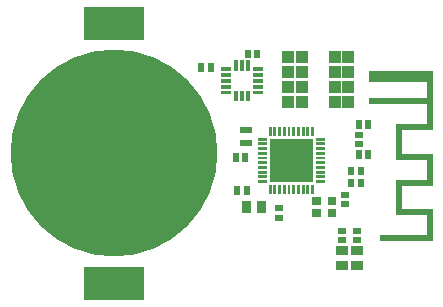
<source format=gbr>
G04 start of page 9 for group -4015 idx -4015 *
G04 Title: (unknown), toppaste *
G04 Creator: pcb 20140316 *
G04 CreationDate: Mon Oct 20 11:42:40 2014 UTC *
G04 For: clemi *
G04 Format: Gerber/RS-274X *
G04 PCB-Dimensions (mil): 1470.00 1065.00 *
G04 PCB-Coordinate-Origin: lower left *
%MOIN*%
%FSLAX25Y25*%
%LNTOPPASTE*%
%ADD87C,0.6900*%
%ADD86R,0.1098X0.1098*%
%ADD85R,0.0098X0.0098*%
%ADD84R,0.0295X0.0295*%
%ADD83R,0.0197X0.0197*%
%ADD82R,0.0197X0.0197*%
%ADD81R,0.0354X0.0354*%
%ADD80C,0.0001*%
%ADD79R,0.0118X0.0118*%
%ADD78R,0.0256X0.0256*%
G54D78*X110362Y33531D02*X110756D01*
X110362Y37469D02*X110756D01*
X105244D02*X105638D01*
X105244Y33531D02*X105638D01*
G54D79*X74004Y81437D02*X76169D01*
X74004Y79469D02*X76169D01*
X74004Y77500D02*X76169D01*
X74004Y75531D02*X76169D01*
X74004Y73563D02*X76169D01*
X84831D02*X86996D01*
X84831Y75531D02*X86996D01*
X84831Y77500D02*X86996D01*
X84831Y79469D02*X86996D01*
X84831Y81437D02*X86996D01*
X78531Y73465D02*Y71299D01*
X80500Y73465D02*Y71299D01*
X82469Y73465D02*Y71299D01*
Y83701D02*Y81535D01*
X80500Y83701D02*Y81535D01*
X78531Y83701D02*Y81535D01*
G54D80*G36*
X114031Y82469D02*Y78531D01*
X117969D01*
Y82469D01*
X114031D01*
G37*
G36*
Y87469D02*Y83531D01*
X117969D01*
Y87469D01*
X114031D01*
G37*
G36*
X109531D02*Y83531D01*
X113469D01*
Y87469D01*
X109531D01*
G37*
G36*
X98531D02*Y83531D01*
X102469D01*
Y87469D01*
X98531D01*
G37*
G36*
X94031D02*Y83531D01*
X97969D01*
Y87469D01*
X94031D01*
G37*
G36*
Y82469D02*Y78531D01*
X97969D01*
Y82469D01*
X94031D01*
G37*
G36*
Y72469D02*Y68531D01*
X97969D01*
Y72469D01*
X94031D01*
G37*
G36*
Y77469D02*Y73531D01*
X97969D01*
Y77469D01*
X94031D01*
G37*
G36*
X98531Y82469D02*Y78531D01*
X102469D01*
Y82469D01*
X98531D01*
G37*
G36*
Y77469D02*Y73531D01*
X102469D01*
Y77469D01*
X98531D01*
G37*
G36*
Y72469D02*Y68531D01*
X102469D01*
Y72469D01*
X98531D01*
G37*
G36*
X109531D02*Y68531D01*
X113469D01*
Y72469D01*
X109531D01*
G37*
G36*
Y77469D02*Y73531D01*
X113469D01*
Y77469D01*
X109531D01*
G37*
G36*
Y82469D02*Y78531D01*
X113469D01*
Y82469D01*
X109531D01*
G37*
G36*
X114031Y77469D02*Y73531D01*
X117969D01*
Y77469D01*
X114031D01*
G37*
G36*
Y72469D02*Y68531D01*
X117969D01*
Y72469D01*
X114031D01*
G37*
G54D81*X124626Y79000D02*X140374D01*
G54D82*X123839Y70732D02*X141161D01*
X143130Y79787D02*Y62071D01*
X132736D02*X141161D01*
X132736Y60102D02*Y54197D01*
Y52228D02*X141161D01*
X143130D02*Y43567D01*
X132736D02*X141161D01*
X132736Y41598D02*Y35693D01*
Y33724D02*X141161D01*
X143130D02*Y25063D01*
X127618D02*X141161D01*
G54D83*X114607Y39574D02*X115393D01*
X114607Y36426D02*X115393D01*
X122574Y53393D02*Y52607D01*
X119426Y53393D02*Y52607D01*
G54D84*X118508Y21059D02*X119492D01*
X118508Y15941D02*X119492D01*
G54D83*X119107Y56426D02*X119893D01*
X119107Y59574D02*X119893D01*
X122574Y63393D02*Y62607D01*
X119426Y63393D02*Y62607D01*
X113607Y24426D02*X114393D01*
X113607Y27574D02*X114393D01*
G54D84*X113508Y21059D02*X114492D01*
X113508Y15941D02*X114492D01*
G54D83*X120074Y43893D02*Y43107D01*
X116926Y43893D02*Y43107D01*
X120074Y47893D02*Y47107D01*
X116926Y47893D02*Y47107D01*
X85574Y86893D02*Y86107D01*
X82426Y86893D02*Y86107D01*
X92607Y31926D02*X93393D01*
X92607Y35074D02*X93393D01*
G54D84*X87059Y35992D02*Y35008D01*
X81941Y35992D02*Y35008D01*
G54D82*X81016Y61165D02*X82984D01*
X81016Y56835D02*X82984D01*
G54D83*X70074Y82393D02*Y81607D01*
X66926Y82393D02*Y81607D01*
X81574Y52393D02*Y51607D01*
X78426Y52393D02*Y51607D01*
X82074Y41393D02*Y40607D01*
X78926Y41393D02*Y40607D01*
X118607Y27574D02*X119393D01*
X118607Y24426D02*X119393D01*
G54D85*X104087Y61728D02*Y59563D01*
X102512Y61728D02*Y59563D01*
X100937Y61728D02*Y59563D01*
X99362Y61728D02*Y59563D01*
X97787Y61728D02*Y59563D01*
X96213Y61728D02*Y59563D01*
X94638Y61728D02*Y59563D01*
X93063Y61728D02*Y59563D01*
X91488Y61728D02*Y59563D01*
X89913Y61728D02*Y59563D01*
Y42437D02*Y40272D01*
X91488Y42437D02*Y40272D01*
X93063Y42437D02*Y40272D01*
X94638Y42437D02*Y40272D01*
X96213Y42437D02*Y40272D01*
X97787Y42437D02*Y40272D01*
X99362Y42437D02*Y40272D01*
X100937Y42437D02*Y40272D01*
X102512Y42437D02*Y40272D01*
X104087Y42437D02*Y40272D01*
X86272Y58087D02*X88437D01*
X86272Y56512D02*X88437D01*
X86272Y54937D02*X88437D01*
X86272Y53362D02*X88437D01*
X86272Y51787D02*X88437D01*
X86272Y50213D02*X88437D01*
X86272Y48638D02*X88437D01*
X86272Y47063D02*X88437D01*
X86272Y45488D02*X88437D01*
X86272Y43913D02*X88437D01*
X105563D02*X107728D01*
X105563Y45488D02*X107728D01*
X105563Y47063D02*X107728D01*
X105563Y48638D02*X107728D01*
X105563Y50213D02*X107728D01*
X105563Y51787D02*X107728D01*
X105563Y53362D02*X107728D01*
X105563Y54937D02*X107728D01*
X105563Y56512D02*X107728D01*
X105563Y58087D02*X107728D01*
G54D80*G36*
X89717Y58283D02*Y43717D01*
X104283D01*
Y58283D01*
X89717D01*
G37*
G36*
X98067Y57217D02*Y52067D01*
X103217D01*
Y57217D01*
X98067D01*
G37*
G36*
X90783D02*Y52067D01*
X95933D01*
Y57217D01*
X90783D01*
G37*
G36*
X98067Y49933D02*Y44783D01*
X103217D01*
Y49933D01*
X98067D01*
G37*
G36*
X90783D02*Y44783D01*
X95933D01*
Y49933D01*
X90783D01*
G37*
G54D86*X33392Y10052D02*X42408D01*
X33392Y96548D02*X42408D01*
G54D87*X37900Y53300D03*
M02*

</source>
